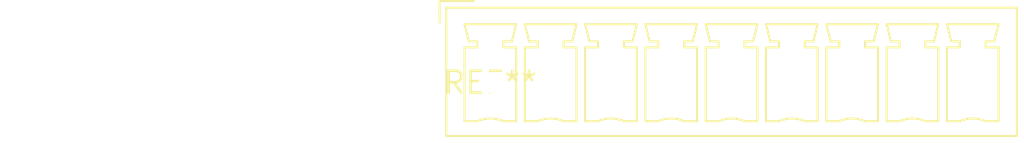
<source format=kicad_pcb>
(kicad_pcb (version 20240108) (generator pcbnew)
  (layers (0 "F.Cu" signal) (31 "B.Cu" signal) (34 "B.Paste" user) (35 "F.Paste" user) (36 "B.SilkS" user "B.Silkscreen") (37 "F.SilkS" user "F.Silkscreen") (38 "B.Mask" user) (39 "F.Mask" user) (44 "Edge.Cuts" user))
  (net 0 "")
  (footprint "PhoenixContact_MCV_1,5_9-G-3.5_1x09_P3.50mm_Vertical" (layer "F.Cu") (at 0 0)
    (property "Reference" "REF**")
    (property "Value" "PhoenixContact_MCV_1,5_9-G-3.5_1x09_P3.50mm_Vertical")
    (fp_line (start -2.95 -4.75) (end -0.95 -4.75) (layer "F.SilkS") (stroke (width 0.12)))
    (fp_line (start -2.95 -3.5) (end -2.95 -4.75) (layer "F.SilkS") (stroke (width 0.12)))
    (fp_line (start -2.56 -4.36) (end -2.56 3.11) (layer "F.SilkS") (stroke (width 0.12)))
    (fp_line (start -2.56 3.11) (end 30.56 3.11) (layer "F.SilkS") (stroke (width 0.12)))
    (fp_line (start -1.5 -3.4) (end 1.5 -3.4) (layer "F.SilkS") (stroke (width 0.12)))
    (fp_line (start -1.5 -2.05) (end -0.75 -2.05) (layer "F.SilkS") (stroke (width 0.12)))
    (fp_line (start -1.5 2.25) (end -1.5 -2.05) (layer "F.SilkS") (stroke (width 0.12)))
    (fp_line (start -1.25 -2.4) (end -1.5 -3.4) (layer "F.SilkS") (stroke (width 0.12)))
    (fp_line (start -0.75 -2.4) (end -1.25 -2.4) (layer "F.SilkS") (stroke (width 0.12)))
    (fp_line (start -0.75 -2.05) (end -0.75 -2.4) (layer "F.SilkS") (stroke (width 0.12)))
    (fp_line (start -0.75 2.25) (end -1.5 2.25) (layer "F.SilkS") (stroke (width 0.12)))
    (fp_line (start 0.75 -2.4) (end 0.75 -2.05) (layer "F.SilkS") (stroke (width 0.12)))
    (fp_line (start 0.75 -2.05) (end 1.5 -2.05) (layer "F.SilkS") (stroke (width 0.12)))
    (fp_line (start 1.25 -2.4) (end 0.75 -2.4) (layer "F.SilkS") (stroke (width 0.12)))
    (fp_line (start 1.5 -3.4) (end 1.25 -2.4) (layer "F.SilkS") (stroke (width 0.12)))
    (fp_line (start 1.5 -2.05) (end 1.5 2.25) (layer "F.SilkS") (stroke (width 0.12)))
    (fp_line (start 1.5 2.25) (end 0.75 2.25) (layer "F.SilkS") (stroke (width 0.12)))
    (fp_line (start 2 -3.4) (end 5 -3.4) (layer "F.SilkS") (stroke (width 0.12)))
    (fp_line (start 2 -2.05) (end 2.75 -2.05) (layer "F.SilkS") (stroke (width 0.12)))
    (fp_line (start 2 2.25) (end 2 -2.05) (layer "F.SilkS") (stroke (width 0.12)))
    (fp_line (start 2.25 -2.4) (end 2 -3.4) (layer "F.SilkS") (stroke (width 0.12)))
    (fp_line (start 2.75 -2.4) (end 2.25 -2.4) (layer "F.SilkS") (stroke (width 0.12)))
    (fp_line (start 2.75 -2.05) (end 2.75 -2.4) (layer "F.SilkS") (stroke (width 0.12)))
    (fp_line (start 2.75 2.25) (end 2 2.25) (layer "F.SilkS") (stroke (width 0.12)))
    (fp_line (start 4.25 -2.4) (end 4.25 -2.05) (layer "F.SilkS") (stroke (width 0.12)))
    (fp_line (start 4.25 -2.05) (end 5 -2.05) (layer "F.SilkS") (stroke (width 0.12)))
    (fp_line (start 4.75 -2.4) (end 4.25 -2.4) (layer "F.SilkS") (stroke (width 0.12)))
    (fp_line (start 5 -3.4) (end 4.75 -2.4) (layer "F.SilkS") (stroke (width 0.12)))
    (fp_line (start 5 -2.05) (end 5 2.25) (layer "F.SilkS") (stroke (width 0.12)))
    (fp_line (start 5 2.25) (end 4.25 2.25) (layer "F.SilkS") (stroke (width 0.12)))
    (fp_line (start 5.5 -3.4) (end 8.5 -3.4) (layer "F.SilkS") (stroke (width 0.12)))
    (fp_line (start 5.5 -2.05) (end 6.25 -2.05) (layer "F.SilkS") (stroke (width 0.12)))
    (fp_line (start 5.5 2.25) (end 5.5 -2.05) (layer "F.SilkS") (stroke (width 0.12)))
    (fp_line (start 5.75 -2.4) (end 5.5 -3.4) (layer "F.SilkS") (stroke (width 0.12)))
    (fp_line (start 6.25 -2.4) (end 5.75 -2.4) (layer "F.SilkS") (stroke (width 0.12)))
    (fp_line (start 6.25 -2.05) (end 6.25 -2.4) (layer "F.SilkS") (stroke (width 0.12)))
    (fp_line (start 6.25 2.25) (end 5.5 2.25) (layer "F.SilkS") (stroke (width 0.12)))
    (fp_line (start 7.75 -2.4) (end 7.75 -2.05) (layer "F.SilkS") (stroke (width 0.12)))
    (fp_line (start 7.75 -2.05) (end 8.5 -2.05) (layer "F.SilkS") (stroke (width 0.12)))
    (fp_line (start 8.25 -2.4) (end 7.75 -2.4) (layer "F.SilkS") (stroke (width 0.12)))
    (fp_line (start 8.5 -3.4) (end 8.25 -2.4) (layer "F.SilkS") (stroke (width 0.12)))
    (fp_line (start 8.5 -2.05) (end 8.5 2.25) (layer "F.SilkS") (stroke (width 0.12)))
    (fp_line (start 8.5 2.25) (end 7.75 2.25) (layer "F.SilkS") (stroke (width 0.12)))
    (fp_line (start 9 -3.4) (end 12 -3.4) (layer "F.SilkS") (stroke (width 0.12)))
    (fp_line (start 9 -2.05) (end 9.75 -2.05) (layer "F.SilkS") (stroke (width 0.12)))
    (fp_line (start 9 2.25) (end 9 -2.05) (layer "F.SilkS") (stroke (width 0.12)))
    (fp_line (start 9.25 -2.4) (end 9 -3.4) (layer "F.SilkS") (stroke (width 0.12)))
    (fp_line (start 9.75 -2.4) (end 9.25 -2.4) (layer "F.SilkS") (stroke (width 0.12)))
    (fp_line (start 9.75 -2.05) (end 9.75 -2.4) (layer "F.SilkS") (stroke (width 0.12)))
    (fp_line (start 9.75 2.25) (end 9 2.25) (layer "F.SilkS") (stroke (width 0.12)))
    (fp_line (start 11.25 -2.4) (end 11.25 -2.05) (layer "F.SilkS") (stroke (width 0.12)))
    (fp_line (start 11.25 -2.05) (end 12 -2.05) (layer "F.SilkS") (stroke (width 0.12)))
    (fp_line (start 11.75 -2.4) (end 11.25 -2.4) (layer "F.SilkS") (stroke (width 0.12)))
    (fp_line (start 12 -3.4) (end 11.75 -2.4) (layer "F.SilkS") (stroke (width 0.12)))
    (fp_line (start 12 -2.05) (end 12 2.25) (layer "F.SilkS") (stroke (width 0.12)))
    (fp_line (start 12 2.25) (end 11.25 2.25) (layer "F.SilkS") (stroke (width 0.12)))
    (fp_line (start 12.5 -3.4) (end 15.5 -3.4) (layer "F.SilkS") (stroke (width 0.12)))
    (fp_line (start 12.5 -2.05) (end 13.25 -2.05) (layer "F.SilkS") (stroke (width 0.12)))
    (fp_line (start 12.5 2.25) (end 12.5 -2.05) (layer "F.SilkS") (stroke (width 0.12)))
    (fp_line (start 12.75 -2.4) (end 12.5 -3.4) (layer "F.SilkS") (stroke (width 0.12)))
    (fp_line (start 13.25 -2.4) (end 12.75 -2.4) (layer "F.SilkS") (stroke (width 0.12)))
    (fp_line (start 13.25 -2.05) (end 13.25 -2.4) (layer "F.SilkS") (stroke (width 0.12)))
    (fp_line (start 13.25 2.25) (end 12.5 2.25) (layer "F.SilkS") (stroke (width 0.12)))
    (fp_line (start 14.75 -2.4) (end 14.75 -2.05) (layer "F.SilkS") (stroke (width 0.12)))
    (fp_line (start 14.75 -2.05) (end 15.5 -2.05) (layer "F.SilkS") (stroke (width 0.12)))
    (fp_line (start 15.25 -2.4) (end 14.75 -2.4) (layer "F.SilkS") (stroke (width 0.12)))
    (fp_line (start 15.5 -3.4) (end 15.25 -2.4) (layer "F.SilkS") (stroke (width 0.12)))
    (fp_line (start 15.5 -2.05) (end 15.5 2.25) (layer "F.SilkS") (stroke (width 0.12)))
    (fp_line (start 15.5 2.25) (end 14.75 2.25) (layer "F.SilkS") (stroke (width 0.12)))
    (fp_line (start 16 -3.4) (end 19 -3.4) (layer "F.SilkS") (stroke (width 0.12)))
    (fp_line (start 16 -2.05) (end 16.75 -2.05) (layer "F.SilkS") (stroke (width 0.12)))
    (fp_line (start 16 2.25) (end 16 -2.05) (layer "F.SilkS") (stroke (width 0.12)))
    (fp_line (start 16.25 -2.4) (end 16 -3.4) (layer "F.SilkS") (stroke (width 0.12)))
    (fp_line (start 16.75 -2.4) (end 16.25 -2.4) (layer "F.SilkS") (stroke (width 0.12)))
    (fp_line (start 16.75 -2.05) (end 16.75 -2.4) (layer "F.SilkS") (stroke (width 0.12)))
    (fp_line (start 16.75 2.25) (end 16 2.25) (layer "F.SilkS") (stroke (width 0.12)))
    (fp_line (start 18.25 -2.4) (end 18.25 -2.05) (layer "F.SilkS") (stroke (width 0.12)))
    (fp_line (start 18.25 -2.05) (end 19 -2.05) (layer "F.SilkS") (stroke (width 0.12)))
    (fp_line (start 18.75 -2.4) (end 18.25 -2.4) (layer "F.SilkS") (stroke (width 0.12)))
    (fp_line (start 19 -3.4) (end 18.75 -2.4) (layer "F.SilkS") (stroke (width 0.12)))
    (fp_line (start 19 -2.05) (end 19 2.25) (layer "F.SilkS") (stroke (width 0.12)))
    (fp_line (start 19 2.25) (end 18.25 2.25) (layer "F.SilkS") (stroke (width 0.12)))
    (fp_line (start 19.5 -3.4) (end 22.5 -3.4) (layer "F.SilkS") (stroke (width 0.12)))
    (fp_line (start 19.5 -2.05) (end 20.25 -2.05) (layer "F.SilkS") (stroke (width 0.12)))
    (fp_line (start 19.5 2.25) (end 19.5 -2.05) (layer "F.SilkS") (stroke (width 0.12)))
    (fp_line (start 19.75 -2.4) (end 19.5 -3.4) (layer "F.SilkS") (stroke (width 0.12)))
    (fp_line (start 20.25 -2.4) (end 19.75 -2.4) (layer "F.SilkS") (stroke (width 0.12)))
    (fp_line (start 20.25 -2.05) (end 20.25 -2.4) (layer "F.SilkS") (stroke (width 0.12)))
    (fp_line (start 20.25 2.25) (end 19.5 2.25) (layer "F.SilkS") (stroke (width 0.12)))
    (fp_line (start 21.75 -2.4) (end 21.75 -2.05) (layer "F.SilkS") (stroke (width 0.12)))
    (fp_line (start 21.75 -2.05) (end 22.5 -2.05) (layer "F.SilkS") (stroke (width 0.12)))
    (fp_line (start 22.25 -2.4) (end 21.75 -2.4) (layer "F.SilkS") (stroke (width 0.12)))
    (fp_line (start 22.5 -3.4) (end 22.25 -2.4) (layer "F.SilkS") (stroke (width 0.12)))
    (fp_line (start 22.5 -2.05) (end 22.5 2.25) (layer "F.SilkS") (stroke (width 0.12)))
    (fp_line (start 22.5 2.25) (end 21.75 2.25) (layer "F.SilkS") (stroke (width 0.12)))
    (fp_line (start 23 -3.4) (end 26 -3.4) (layer "F.SilkS") (stroke (width 0.12)))
    (fp_line (start 23 -2.05) (end 23.75 -2.05) (layer "F.SilkS") (stroke (width 0.12)))
    (fp_line (start 23 2.25) (end 23 -2.05) (layer "F.SilkS") (stroke (width 0.12)))
    (fp_line (start 23.25 -2.4) (end 23 -3.4) (layer "F.SilkS") (stroke (width 0.12)))
    (fp_line (start 23.75 -2.4) (end 23.25 -2.4) (layer "F.SilkS") (stroke (width 0.12)))
    (fp_line (start 23.75 -2.05) (end 23.75 -2.4) (layer "F.SilkS") (stroke (width 0.12)))
    (fp_line (start 23.75 2.25) (end 23 2.25) (layer "F.SilkS") (stroke (width 0.12)))
    (fp_line (start 25.25 -2.4) (end 25.25 -2.05) (layer "F.SilkS") (stroke (width 0.12)))
    (fp_line (start 25.25 -2.05) (end 26 -2.05) (layer "F.SilkS") (stroke (width 0.12)))
    (fp_line (start 25.75 -2.4) (end 25.25 -2.4) (layer "F.SilkS") (stroke (width 0.12)))
    (fp_line (start 26 -3.4) (end 25.75 -2.4) (layer "F.SilkS") (stroke (width 0.12)))
    (fp_line (start 26 -2.05) (end 26 2.25) (layer "F.SilkS") (stroke (width 0.12)))
    (fp_line (start 26 2.25) (end 25.25 2.25) (layer "F.SilkS") (stroke (width 0.12)))
    (fp_line (start 26.5 -3.4) (end 29.5 -3.4) (layer "F.SilkS") (stroke (width 0.12)))
    (fp_line (start 26.5 -2.05) (end 27.25 -2.05) (layer "F.SilkS") (stroke (width 0.12)))
    (fp_line (start 26.5 2.25) (end 26.5 -2.05) (layer "F.SilkS") (stroke (width 0.12)))
    (fp_line (start 26.75 -2.4) (end 26.5 -3.4) (layer "F.SilkS") (stroke (width 0.12)))
    (fp_line (start 27.25 -2.4) (end 26.75 -2.4) (layer "F.SilkS") (stroke (width 0.12)))
    (fp_line (start 27.25 -2.05) (end 27.25 -2.4) (layer "F.SilkS") (stroke (width 0.12)))
    (fp_line (start 27.25 2.25) (end 26.5 2.25) (layer "F.SilkS") (stroke (width 0.12)))
    (fp_line (start 28.75 -2.4) (end 28.75 -2.05) (layer "F.SilkS") (stroke (width 0.12)))
    (fp_line (start 28.75 -2.05) (end 29.5 -2.05) (layer "F.SilkS") (stroke (width 0.12)))
    (fp_line (start 29.25 -2.4) (end 28.75 -2.4) (layer "F.SilkS") (stroke (width 0.12)))
    (fp_line (start 29.5 -3.4) (end 29.25 -2.4) (layer "F.SilkS") (stroke (width 0.12)))
    (fp_line (start 29.5 -2.05) (end 29.5 2.25) (layer "F.SilkS") (stroke (width 0.12)))
    (fp_line (start 29.5 2.25) (end 28.75 2.25) (layer "F.SilkS") (stroke (width 0.12)))
    (fp_line (start 30.56 -4.36) (end -2.56 -4.36) (layer "F.SilkS") (stroke (width 0.12)))
    (fp_line (start 30.56 3.11) (end 30.56 -4.36) (layer "F.SilkS") (stroke (width 0.12)))
    (fp_arc (start -0.75 2.25) (mid -0.000193 2.09191) (end 0.749647 2.249844) (layer "F.SilkS") (stroke (width 0.12)))
    (fp_arc (start 2.75 2.25) (mid 3.499807 2.09191) (end 4.249647 2.249844) (layer "F.SilkS") (stroke (width 0.12)))
    (fp_arc (start 6.25 2.25) (mid 6.999807 2.09191) (end 7.749647 2.249844) (layer "F.SilkS") (stroke (width 0.12)))
    (fp_arc (start 9.75 2.25) (mid 10.499807 2.09191) (end 11.249647 2.249844) (layer "F.SilkS") (stroke (width 0.12)))
    (fp_arc (start 13.25 2.25) (mid 13.999807 2.09191) (end 14.749647 2.249844) (layer "F.SilkS") (stroke (width 0.12)))
    (fp_arc (start 16.75 2.25) (mid 17.499807 2.09191) (end 18.249647 2.249844) (layer "F.SilkS") (stroke (width 0.12)))
    (fp_arc (start 20.25 2.25) (mid 20.999807 2.09191) (end 21.749647 2.249844) (layer "F.SilkS") (stroke (width 0.12)))
    (fp_arc (start 23.75 2.25) (mid 24.499807 2.09191) (end 25.249647 2.249844) (layer "F.SilkS") (stroke (width 0.12)))
    (fp_arc (start 27.25 2.25) (mid 27.999807 2.09191) (end 28.749647 2.249844) (layer "F.SilkS") (stroke (width 0.12)))
    (pad "1" thru_hole roundrect (at 0 0) (size 1.8 3.6) (drill 1.2) (layers *.Cu *.Mask) (remove_unused_layers) (roundrect_rratio 0.138889))
    (pad "2" thru_hole oval (at 3.5 0) (size 1.8 3.6) (drill 1.2) (layers *.Cu *.Mask) (remove_unused_layers))
    (pad "3" thru_hole oval (at 7 0) (size 1.8 3.6) (drill 1.2) (layers *.Cu *.Mask) (remove_unused_layers))
    (pad "4" thru_hole oval (at 10.5 0) (size 1.8 3.6) (drill 1.2) (layers *.Cu *.Mask) (remove_unused_layers))
    (pad "5" thru_hole oval (at 14 0) (size 1.8 3.6) (drill 1.2) (layers *.Cu *.Mask) (remove_unused_layers))
    (pad "6" thru_hole oval (at 17.5 0) (size 1.8 3.6) (drill 1.2) (layers *.Cu *.Mask) (remove_unused_layers))
    (pad "7" thru_hole oval (at 21 0) (size 1.8 3.6) (drill 1.2) (layers *.Cu *.Mask) (remove_unused_layers))
    (pad "8" thru_hole oval (at 24.5 0) (size 1.8 3.6) (drill 1.2) (layers *.Cu *.Mask) (remove_unused_layers))
    (pad "9" thru_hole oval (at 28 0) (size 1.8 3.6) (drill 1.2) (layers *.Cu *.Mask) (remove_unused_layers))
  )
)
</source>
